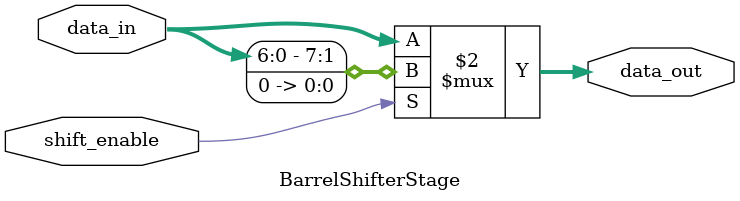
<source format=sv>
module DynamicBarrelShifter #(
    parameter MAX_SHIFT = 4,
    parameter WIDTH = 8
)(
    input  wire [WIDTH-1:0]           data_in,
    input  wire [MAX_SHIFT-1:0]       shift_val,
    output wire [WIDTH-1:0]           data_out
);

    // Internal signal to connect shifter stages
    wire [WIDTH-1:0] stage_data [0:MAX_SHIFT];

    // Assign input to first stage
    assign stage_data[0] = data_in;

    // Generate shifter stages using while-loop unrolled as per IEEE 1364-2005
    // as generate blocks do not support while, use equivalent manual unrolling
    // for MAX_SHIFT = 4 (default), can be parameterized up to synthesis tool capabilities

    // Stage 0
    BarrelShifterStage #(
        .WIDTH(WIDTH),
        .SHIFT_AMOUNT(1 << 0)
    ) u_stage0 (
        .data_in(stage_data[0]),
        .shift_enable(shift_val[0]),
        .data_out(stage_data[1])
    );

    // Stage 1
    BarrelShifterStage #(
        .WIDTH(WIDTH),
        .SHIFT_AMOUNT(1 << 1)
    ) u_stage1 (
        .data_in(stage_data[1]),
        .shift_enable(shift_val[1]),
        .data_out(stage_data[2])
    );

    // Stage 2
    BarrelShifterStage #(
        .WIDTH(WIDTH),
        .SHIFT_AMOUNT(1 << 2)
    ) u_stage2 (
        .data_in(stage_data[2]),
        .shift_enable(shift_val[2]),
        .data_out(stage_data[3])
    );

    // Stage 3
    BarrelShifterStage #(
        .WIDTH(WIDTH),
        .SHIFT_AMOUNT(1 << 3)
    ) u_stage3 (
        .data_in(stage_data[3]),
        .shift_enable(shift_val[3]),
        .data_out(stage_data[4])
    );

    // Assign output from last stage
    assign data_out = stage_data[MAX_SHIFT];

endmodule

// -----------------------------------------------------------------------
// Submodule: BarrelShifterStage
// Function: Shift input left by parameterized amount if enabled
// Inputs:
//   - data_in      : Input data word
//   - shift_enable : Shift enable for this stage
// Outputs:
//   - data_out     : Shifted data
// -----------------------------------------------------------------------
module BarrelShifterStage #(
    parameter WIDTH = 8,
    parameter SHIFT_AMOUNT = 1
)(
    input  wire [WIDTH-1:0] data_in,
    input  wire             shift_enable,
    output wire [WIDTH-1:0] data_out
);

    assign data_out = shift_enable ? (data_in << SHIFT_AMOUNT) : data_in;

endmodule
</source>
